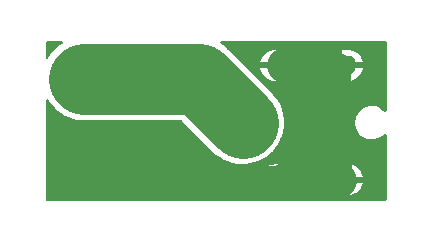
<source format=gbr>
%TF.GenerationSoftware,KiCad,Pcbnew,(6.0.4-0)*%
%TF.CreationDate,2022-07-05T17:19:08+02:00*%
%TF.ProjectId,DC power,44432070-6f77-4657-922e-6b696361645f,rev?*%
%TF.SameCoordinates,Original*%
%TF.FileFunction,Copper,L1,Top*%
%TF.FilePolarity,Positive*%
%FSLAX46Y46*%
G04 Gerber Fmt 4.6, Leading zero omitted, Abs format (unit mm)*
G04 Created by KiCad (PCBNEW (6.0.4-0)) date 2022-07-05 17:19:08*
%MOMM*%
%LPD*%
G01*
G04 APERTURE LIST*
%TA.AperFunction,ComponentPad*%
%ADD10C,2.000000*%
%TD*%
%TA.AperFunction,ComponentPad*%
%ADD11C,2.300000*%
%TD*%
%TA.AperFunction,ComponentPad*%
%ADD12O,1.600000X3.200000*%
%TD*%
%TA.AperFunction,ComponentPad*%
%ADD13O,3.000000X1.600000*%
%TD*%
%TA.AperFunction,Conductor*%
%ADD14C,1.000000*%
%TD*%
%TA.AperFunction,Conductor*%
%ADD15C,6.000000*%
%TD*%
%TA.AperFunction,Conductor*%
%ADD16C,3.000000*%
%TD*%
%TA.AperFunction,Conductor*%
%ADD17C,2.000000*%
%TD*%
G04 APERTURE END LIST*
D10*
%TO.P,U1,2,2*%
%TO.N,GND*%
X129680013Y-103329975D03*
%TO.P,U1,1,1*%
%TO.N,+5V*%
X129680013Y-99830102D03*
%TD*%
D11*
%TO.P,PWR1,3,3*%
%TO.N,+5V*%
X143059892Y-101740127D03*
D12*
%TO.P,PWR1,2,2*%
%TO.N,GND*%
X150759917Y-101740127D03*
D13*
%TO.P,PWR1,1,1*%
X151260044Y-106590013D03*
X151260044Y-96889987D03*
X146560019Y-106590013D03*
X146560019Y-96889987D03*
%TD*%
D14*
%TO.N,GND*%
X128850000Y-102090000D02*
X130440000Y-102090000D01*
X128760000Y-102180000D02*
X128850000Y-102090000D01*
X129680013Y-103329975D02*
X129680013Y-103100013D01*
X129680013Y-103100013D02*
X128760000Y-102180000D01*
X129680013Y-103329975D02*
X129680013Y-105096187D01*
X129680013Y-105096187D02*
X129660000Y-105116200D01*
D15*
X131590000Y-105130000D02*
X137010000Y-105130000D01*
X131576200Y-105116200D02*
X129856200Y-105116200D01*
X129783800Y-105116200D02*
X129820000Y-105080000D01*
X131590000Y-105130000D02*
X131576200Y-105116200D01*
X129856200Y-105116200D02*
X129820000Y-105080000D01*
X137010000Y-105130000D02*
X137040000Y-105160000D01*
X129660000Y-105116200D02*
X129783800Y-105116200D01*
D16*
X146560019Y-106590013D02*
X151260044Y-106590013D01*
X146560019Y-96889987D02*
X150259790Y-96889987D01*
X150259790Y-96889987D02*
X150759917Y-97390114D01*
X151260044Y-106590013D02*
X150780000Y-106109969D01*
X150780000Y-106109969D02*
X150780000Y-101760210D01*
X146560019Y-106590013D02*
X146320032Y-106830000D01*
X146320032Y-106830000D02*
X138710000Y-106830000D01*
X138710000Y-106830000D02*
X138470013Y-106590013D01*
X150759917Y-101740127D02*
X150759917Y-97390114D01*
D17*
X150759917Y-97390114D02*
X151260044Y-96889987D01*
X151260044Y-102240254D02*
X150759917Y-101740127D01*
X138470013Y-106590013D02*
X137040000Y-105160000D01*
D15*
%TO.N,+5V*%
X129660000Y-98030000D02*
X139349765Y-98030000D01*
X139349765Y-98030000D02*
X143059892Y-101740127D01*
%TD*%
%TA.AperFunction,Conductor*%
%TO.N,GND*%
G36*
X155203621Y-94858502D02*
G01*
X155250114Y-94912158D01*
X155261500Y-94964500D01*
X155261500Y-100695662D01*
X155241498Y-100763783D01*
X155187842Y-100810276D01*
X155117568Y-100820380D01*
X155052988Y-100790886D01*
X155040335Y-100778242D01*
X154999121Y-100730748D01*
X154999119Y-100730746D01*
X154995615Y-100726708D01*
X154991489Y-100723325D01*
X154991485Y-100723321D01*
X154814903Y-100578534D01*
X154810775Y-100575149D01*
X154806139Y-100572510D01*
X154806136Y-100572508D01*
X154607685Y-100459543D01*
X154603042Y-100456900D01*
X154378355Y-100375343D01*
X154373106Y-100374394D01*
X154373103Y-100374393D01*
X154147223Y-100333547D01*
X154147215Y-100333546D01*
X154143139Y-100332809D01*
X154124749Y-100331942D01*
X154119564Y-100331697D01*
X154119557Y-100331697D01*
X154118076Y-100331627D01*
X153950096Y-100331627D01*
X153771933Y-100346744D01*
X153766769Y-100348084D01*
X153766765Y-100348085D01*
X153545733Y-100405454D01*
X153545728Y-100405456D01*
X153540568Y-100406795D01*
X153535702Y-100408987D01*
X153327489Y-100502780D01*
X153327486Y-100502781D01*
X153322628Y-100504970D01*
X153124346Y-100638461D01*
X153120489Y-100642140D01*
X153120487Y-100642142D01*
X153077025Y-100683603D01*
X152951390Y-100803453D01*
X152948207Y-100807730D01*
X152948207Y-100807731D01*
X152938796Y-100820380D01*
X152808706Y-100995227D01*
X152806290Y-100999978D01*
X152806288Y-100999982D01*
X152731092Y-101147883D01*
X152700375Y-101208299D01*
X152671944Y-101299861D01*
X152631076Y-101431476D01*
X152631075Y-101431482D01*
X152629492Y-101436579D01*
X152598085Y-101673538D01*
X152607053Y-101912401D01*
X152656138Y-102146338D01*
X152743937Y-102368660D01*
X152867940Y-102573010D01*
X152871437Y-102577040D01*
X152952406Y-102670348D01*
X153024601Y-102753546D01*
X153028727Y-102756929D01*
X153028731Y-102756933D01*
X153127737Y-102838112D01*
X153209441Y-102905105D01*
X153214077Y-102907744D01*
X153214080Y-102907746D01*
X153302281Y-102957953D01*
X153417174Y-103023354D01*
X153641861Y-103104911D01*
X153647110Y-103105860D01*
X153647113Y-103105861D01*
X153872993Y-103146707D01*
X153873001Y-103146708D01*
X153877077Y-103147445D01*
X153895467Y-103148312D01*
X153900652Y-103148557D01*
X153900659Y-103148557D01*
X153902140Y-103148627D01*
X154070120Y-103148627D01*
X154248283Y-103133510D01*
X154253447Y-103132170D01*
X154253451Y-103132169D01*
X154474483Y-103074800D01*
X154474488Y-103074798D01*
X154479648Y-103073459D01*
X154678488Y-102983888D01*
X154692727Y-102977474D01*
X154692730Y-102977473D01*
X154697588Y-102975284D01*
X154895870Y-102841793D01*
X155048529Y-102696164D01*
X155111625Y-102663617D01*
X155182301Y-102670348D01*
X155238119Y-102714222D01*
X155261500Y-102787334D01*
X155261500Y-108235500D01*
X155241498Y-108303621D01*
X155187842Y-108350114D01*
X155135500Y-108361500D01*
X126524500Y-108361500D01*
X126456379Y-108341498D01*
X126409886Y-108287842D01*
X126398500Y-108235500D01*
X126398500Y-106856535D01*
X144577292Y-106856535D01*
X144624783Y-107033774D01*
X144628529Y-107044066D01*
X144720605Y-107241524D01*
X144726088Y-107251020D01*
X144851047Y-107429480D01*
X144858103Y-107437888D01*
X145012144Y-107591929D01*
X145020552Y-107598985D01*
X145199012Y-107723944D01*
X145208508Y-107729427D01*
X145405966Y-107821503D01*
X145416258Y-107825249D01*
X145626707Y-107881638D01*
X145637500Y-107883541D01*
X145800189Y-107897775D01*
X145805654Y-107898013D01*
X146287904Y-107898013D01*
X146303143Y-107893538D01*
X146304348Y-107892148D01*
X146306019Y-107884465D01*
X146306019Y-107879898D01*
X146814019Y-107879898D01*
X146818494Y-107895137D01*
X146819884Y-107896342D01*
X146827567Y-107898013D01*
X147314384Y-107898013D01*
X147319849Y-107897775D01*
X147482538Y-107883541D01*
X147493331Y-107881638D01*
X147703780Y-107825249D01*
X147714072Y-107821503D01*
X147911530Y-107729427D01*
X147921026Y-107723944D01*
X148099486Y-107598985D01*
X148107894Y-107591929D01*
X148261935Y-107437888D01*
X148268991Y-107429480D01*
X148393950Y-107251020D01*
X148399433Y-107241524D01*
X148491509Y-107044066D01*
X148495255Y-107033774D01*
X148541413Y-106861510D01*
X148541294Y-106856535D01*
X149277317Y-106856535D01*
X149324808Y-107033774D01*
X149328554Y-107044066D01*
X149420630Y-107241524D01*
X149426113Y-107251020D01*
X149551072Y-107429480D01*
X149558128Y-107437888D01*
X149712169Y-107591929D01*
X149720577Y-107598985D01*
X149899037Y-107723944D01*
X149908533Y-107729427D01*
X150105991Y-107821503D01*
X150116283Y-107825249D01*
X150326732Y-107881638D01*
X150337525Y-107883541D01*
X150500214Y-107897775D01*
X150505679Y-107898013D01*
X150987929Y-107898013D01*
X151003168Y-107893538D01*
X151004373Y-107892148D01*
X151006044Y-107884465D01*
X151006044Y-107879898D01*
X151514044Y-107879898D01*
X151518519Y-107895137D01*
X151519909Y-107896342D01*
X151527592Y-107898013D01*
X152014409Y-107898013D01*
X152019874Y-107897775D01*
X152182563Y-107883541D01*
X152193356Y-107881638D01*
X152403805Y-107825249D01*
X152414097Y-107821503D01*
X152611555Y-107729427D01*
X152621051Y-107723944D01*
X152799511Y-107598985D01*
X152807919Y-107591929D01*
X152961960Y-107437888D01*
X152969016Y-107429480D01*
X153093975Y-107251020D01*
X153099458Y-107241524D01*
X153191534Y-107044066D01*
X153195280Y-107033774D01*
X153241438Y-106861510D01*
X153241102Y-106847414D01*
X153233160Y-106844013D01*
X151532159Y-106844013D01*
X151516920Y-106848488D01*
X151515715Y-106849878D01*
X151514044Y-106857561D01*
X151514044Y-107879898D01*
X151006044Y-107879898D01*
X151006044Y-106862128D01*
X151001569Y-106846889D01*
X151000179Y-106845684D01*
X150992496Y-106844013D01*
X149292077Y-106844013D01*
X149278546Y-106847986D01*
X149277317Y-106856535D01*
X148541294Y-106856535D01*
X148541077Y-106847414D01*
X148533135Y-106844013D01*
X146832134Y-106844013D01*
X146816895Y-106848488D01*
X146815690Y-106849878D01*
X146814019Y-106857561D01*
X146814019Y-107879898D01*
X146306019Y-107879898D01*
X146306019Y-106862128D01*
X146301544Y-106846889D01*
X146300154Y-106845684D01*
X146292471Y-106844013D01*
X144592052Y-106844013D01*
X144578521Y-106847986D01*
X144577292Y-106856535D01*
X126398500Y-106856535D01*
X126398500Y-106318516D01*
X144578625Y-106318516D01*
X144578961Y-106332612D01*
X144586903Y-106336013D01*
X146287904Y-106336013D01*
X146303143Y-106331538D01*
X146304348Y-106330148D01*
X146306019Y-106322465D01*
X146306019Y-106317898D01*
X146814019Y-106317898D01*
X146818494Y-106333137D01*
X146819884Y-106334342D01*
X146827567Y-106336013D01*
X148527986Y-106336013D01*
X148541517Y-106332040D01*
X148542746Y-106323491D01*
X148541413Y-106318516D01*
X149278650Y-106318516D01*
X149278986Y-106332612D01*
X149286928Y-106336013D01*
X150987929Y-106336013D01*
X151003168Y-106331538D01*
X151004373Y-106330148D01*
X151006044Y-106322465D01*
X151006044Y-106317898D01*
X151514044Y-106317898D01*
X151518519Y-106333137D01*
X151519909Y-106334342D01*
X151527592Y-106336013D01*
X153228011Y-106336013D01*
X153241542Y-106332040D01*
X153242771Y-106323491D01*
X153195280Y-106146252D01*
X153191534Y-106135960D01*
X153099458Y-105938502D01*
X153093975Y-105929006D01*
X152969016Y-105750546D01*
X152961960Y-105742138D01*
X152807919Y-105588097D01*
X152799511Y-105581041D01*
X152621051Y-105456082D01*
X152611555Y-105450599D01*
X152414097Y-105358523D01*
X152403805Y-105354777D01*
X152193356Y-105298388D01*
X152182563Y-105296485D01*
X152019874Y-105282251D01*
X152014409Y-105282013D01*
X151532159Y-105282013D01*
X151516920Y-105286488D01*
X151515715Y-105287878D01*
X151514044Y-105295561D01*
X151514044Y-106317898D01*
X151006044Y-106317898D01*
X151006044Y-105300128D01*
X151001569Y-105284889D01*
X151000179Y-105283684D01*
X150992496Y-105282013D01*
X150505679Y-105282013D01*
X150500214Y-105282251D01*
X150337525Y-105296485D01*
X150326732Y-105298388D01*
X150116283Y-105354777D01*
X150105991Y-105358523D01*
X149908533Y-105450599D01*
X149899037Y-105456082D01*
X149720577Y-105581041D01*
X149712169Y-105588097D01*
X149558128Y-105742138D01*
X149551072Y-105750546D01*
X149426113Y-105929006D01*
X149420630Y-105938502D01*
X149328554Y-106135960D01*
X149324808Y-106146252D01*
X149278650Y-106318516D01*
X148541413Y-106318516D01*
X148495255Y-106146252D01*
X148491509Y-106135960D01*
X148399433Y-105938502D01*
X148393950Y-105929006D01*
X148268991Y-105750546D01*
X148261935Y-105742138D01*
X148107894Y-105588097D01*
X148099486Y-105581041D01*
X147921026Y-105456082D01*
X147911530Y-105450599D01*
X147714072Y-105358523D01*
X147703780Y-105354777D01*
X147493331Y-105298388D01*
X147482538Y-105296485D01*
X147319849Y-105282251D01*
X147314384Y-105282013D01*
X146832134Y-105282013D01*
X146816895Y-105286488D01*
X146815690Y-105287878D01*
X146814019Y-105295561D01*
X146814019Y-106317898D01*
X146306019Y-106317898D01*
X146306019Y-105300128D01*
X146301544Y-105284889D01*
X146300154Y-105283684D01*
X146292471Y-105282013D01*
X145805654Y-105282013D01*
X145800189Y-105282251D01*
X145637500Y-105296485D01*
X145626707Y-105298388D01*
X145416258Y-105354777D01*
X145405966Y-105358523D01*
X145208508Y-105450599D01*
X145199012Y-105456082D01*
X145020552Y-105581041D01*
X145012144Y-105588097D01*
X144858103Y-105742138D01*
X144851047Y-105750546D01*
X144726088Y-105929006D01*
X144720605Y-105938502D01*
X144628529Y-106135960D01*
X144624783Y-106146252D01*
X144578625Y-106318516D01*
X126398500Y-106318516D01*
X126398500Y-104562645D01*
X128812173Y-104562645D01*
X128817900Y-104570295D01*
X128989055Y-104675180D01*
X128997850Y-104679662D01*
X129208001Y-104766709D01*
X129217386Y-104769758D01*
X129438567Y-104822860D01*
X129448314Y-104824403D01*
X129675083Y-104842250D01*
X129684943Y-104842250D01*
X129911712Y-104824403D01*
X129921459Y-104822860D01*
X130142640Y-104769758D01*
X130152025Y-104766709D01*
X130362176Y-104679662D01*
X130370971Y-104675180D01*
X130538458Y-104572543D01*
X130547920Y-104562085D01*
X130544137Y-104553309D01*
X129692825Y-103701997D01*
X129678881Y-103694383D01*
X129677048Y-103694514D01*
X129670433Y-103698765D01*
X128818933Y-104550265D01*
X128812173Y-104562645D01*
X126398500Y-104562645D01*
X126398500Y-103334905D01*
X128167738Y-103334905D01*
X128185585Y-103561674D01*
X128187128Y-103571421D01*
X128240230Y-103792602D01*
X128243279Y-103801987D01*
X128330326Y-104012138D01*
X128334808Y-104020933D01*
X128437445Y-104188420D01*
X128447903Y-104197882D01*
X128456679Y-104194099D01*
X129307991Y-103342787D01*
X129314369Y-103331107D01*
X130044421Y-103331107D01*
X130044552Y-103332940D01*
X130048803Y-103339555D01*
X130900303Y-104191055D01*
X130912683Y-104197815D01*
X130920333Y-104192088D01*
X131025218Y-104020933D01*
X131029700Y-104012138D01*
X131116747Y-103801987D01*
X131119796Y-103792602D01*
X131172898Y-103571421D01*
X131174441Y-103561674D01*
X131192288Y-103334905D01*
X131192288Y-103325045D01*
X131174441Y-103098276D01*
X131172898Y-103088529D01*
X131119796Y-102867348D01*
X131116747Y-102857963D01*
X131029700Y-102647812D01*
X131025218Y-102639017D01*
X130922581Y-102471530D01*
X130912123Y-102462068D01*
X130903347Y-102465851D01*
X130052035Y-103317163D01*
X130044421Y-103331107D01*
X129314369Y-103331107D01*
X129315605Y-103328843D01*
X129315474Y-103327010D01*
X129311223Y-103320395D01*
X128459723Y-102468895D01*
X128447343Y-102462135D01*
X128439693Y-102467862D01*
X128334808Y-102639017D01*
X128330326Y-102647812D01*
X128243279Y-102857963D01*
X128240230Y-102867348D01*
X128187128Y-103088529D01*
X128185585Y-103098276D01*
X128167738Y-103325045D01*
X128167738Y-103334905D01*
X126398500Y-103334905D01*
X126398500Y-102097865D01*
X128812106Y-102097865D01*
X128815889Y-102106641D01*
X129667201Y-102957953D01*
X129681145Y-102965567D01*
X129682978Y-102965436D01*
X129689593Y-102961185D01*
X130541093Y-102109685D01*
X130547853Y-102097305D01*
X130542126Y-102089655D01*
X130370971Y-101984770D01*
X130362176Y-101980288D01*
X130152025Y-101893241D01*
X130142640Y-101890192D01*
X129921459Y-101837090D01*
X129911712Y-101835547D01*
X129684943Y-101817700D01*
X129675083Y-101817700D01*
X129448314Y-101835547D01*
X129438567Y-101837090D01*
X129217386Y-101890192D01*
X129208001Y-101893241D01*
X128997850Y-101980288D01*
X128989055Y-101984770D01*
X128821568Y-102087407D01*
X128812106Y-102097865D01*
X126398500Y-102097865D01*
X126398500Y-99870335D01*
X126418502Y-99802214D01*
X126472158Y-99755721D01*
X126542432Y-99745617D01*
X126607012Y-99775111D01*
X126634752Y-99809341D01*
X126680400Y-99891861D01*
X126682321Y-99894599D01*
X126682327Y-99894609D01*
X126826875Y-100100660D01*
X126895120Y-100197943D01*
X127141149Y-100479476D01*
X127143610Y-100481751D01*
X127143613Y-100481754D01*
X127248309Y-100578534D01*
X127415702Y-100733270D01*
X127715670Y-100956452D01*
X127718557Y-100958156D01*
X128034764Y-101144789D01*
X128034769Y-101144792D01*
X128037655Y-101146495D01*
X128378013Y-101301246D01*
X128559521Y-101361450D01*
X128729696Y-101417895D01*
X128729703Y-101417897D01*
X128732887Y-101418953D01*
X128736172Y-101419666D01*
X128736171Y-101419666D01*
X129094981Y-101497572D01*
X129094984Y-101497572D01*
X129098261Y-101498284D01*
X129293587Y-101519331D01*
X129467477Y-101538068D01*
X129467485Y-101538069D01*
X129469995Y-101538339D01*
X129472515Y-101538407D01*
X129472527Y-101538408D01*
X129474515Y-101538461D01*
X129475945Y-101538500D01*
X137844306Y-101538500D01*
X137912427Y-101558502D01*
X137933401Y-101575405D01*
X140645095Y-104287098D01*
X140853557Y-104474469D01*
X141156611Y-104693441D01*
X141481219Y-104878969D01*
X141823703Y-105028954D01*
X141826895Y-105029963D01*
X141826899Y-105029965D01*
X142176990Y-105140684D01*
X142180187Y-105141695D01*
X142349866Y-105176062D01*
X142543333Y-105215247D01*
X142543336Y-105215247D01*
X142546632Y-105215915D01*
X142549971Y-105216228D01*
X142549980Y-105216229D01*
X142811244Y-105240695D01*
X142918889Y-105250776D01*
X142922255Y-105250732D01*
X142922256Y-105250732D01*
X143289395Y-105245927D01*
X143289398Y-105245927D01*
X143292744Y-105245883D01*
X143663962Y-105201289D01*
X143667232Y-105200537D01*
X143667238Y-105200536D01*
X144025055Y-105118256D01*
X144025056Y-105118256D01*
X144028338Y-105117501D01*
X144381748Y-104995466D01*
X144720190Y-104836569D01*
X144723049Y-104834834D01*
X144723053Y-104834832D01*
X145036973Y-104644340D01*
X145039829Y-104642607D01*
X145337049Y-104415777D01*
X145567134Y-104197815D01*
X145606043Y-104160956D01*
X145606047Y-104160952D01*
X145608480Y-104158647D01*
X145610661Y-104156089D01*
X145848867Y-103876693D01*
X145848868Y-103876691D01*
X145851052Y-103874130D01*
X146062016Y-103565447D01*
X146064044Y-103561674D01*
X146157361Y-103388002D01*
X146238984Y-103236094D01*
X146253216Y-103201134D01*
X146337461Y-102994180D01*
X146379951Y-102889801D01*
X146420311Y-102749513D01*
X146464909Y-102594492D01*
X149451917Y-102594492D01*
X149452155Y-102599957D01*
X149466389Y-102762646D01*
X149468292Y-102773439D01*
X149524681Y-102983888D01*
X149528427Y-102994180D01*
X149620503Y-103191638D01*
X149625986Y-103201134D01*
X149750945Y-103379594D01*
X149758001Y-103388002D01*
X149912042Y-103542043D01*
X149920450Y-103549099D01*
X150098910Y-103674058D01*
X150108406Y-103679541D01*
X150305864Y-103771617D01*
X150316156Y-103775363D01*
X150488420Y-103821521D01*
X150502516Y-103821185D01*
X150505917Y-103813243D01*
X150505917Y-103808094D01*
X151013917Y-103808094D01*
X151017890Y-103821625D01*
X151026439Y-103822854D01*
X151203678Y-103775363D01*
X151213970Y-103771617D01*
X151411428Y-103679541D01*
X151420924Y-103674058D01*
X151599384Y-103549099D01*
X151607792Y-103542043D01*
X151761833Y-103388002D01*
X151768889Y-103379594D01*
X151893848Y-103201134D01*
X151899331Y-103191638D01*
X151991407Y-102994180D01*
X151995153Y-102983888D01*
X152051542Y-102773439D01*
X152053445Y-102762646D01*
X152067679Y-102599957D01*
X152067917Y-102594492D01*
X152067917Y-102012242D01*
X152063442Y-101997003D01*
X152062052Y-101995798D01*
X152054369Y-101994127D01*
X151032032Y-101994127D01*
X151016793Y-101998602D01*
X151015588Y-101999992D01*
X151013917Y-102007675D01*
X151013917Y-103808094D01*
X150505917Y-103808094D01*
X150505917Y-102012242D01*
X150501442Y-101997003D01*
X150500052Y-101995798D01*
X150492369Y-101994127D01*
X149470032Y-101994127D01*
X149454793Y-101998602D01*
X149453588Y-101999992D01*
X149451917Y-102007675D01*
X149451917Y-102594492D01*
X146464909Y-102594492D01*
X146482398Y-102533701D01*
X146482399Y-102533695D01*
X146483322Y-102530488D01*
X146506116Y-102400555D01*
X146547347Y-102165522D01*
X146547348Y-102165515D01*
X146547925Y-102162225D01*
X146548995Y-102146338D01*
X146572805Y-101792529D01*
X146572805Y-101792526D01*
X146573030Y-101789183D01*
X146565691Y-101602384D01*
X146560411Y-101468012D01*
X149451917Y-101468012D01*
X149456392Y-101483251D01*
X149457782Y-101484456D01*
X149465465Y-101486127D01*
X150487802Y-101486127D01*
X150503041Y-101481652D01*
X150504246Y-101480262D01*
X150505917Y-101472579D01*
X150505917Y-101468012D01*
X151013917Y-101468012D01*
X151018392Y-101483251D01*
X151019782Y-101484456D01*
X151027465Y-101486127D01*
X152049802Y-101486127D01*
X152065041Y-101481652D01*
X152066246Y-101480262D01*
X152067917Y-101472579D01*
X152067917Y-100885762D01*
X152067679Y-100880297D01*
X152053445Y-100717608D01*
X152051542Y-100706815D01*
X151995153Y-100496366D01*
X151991407Y-100486074D01*
X151899331Y-100288616D01*
X151893848Y-100279120D01*
X151768889Y-100100660D01*
X151761833Y-100092252D01*
X151607792Y-99938211D01*
X151599384Y-99931155D01*
X151420924Y-99806196D01*
X151411428Y-99800713D01*
X151213970Y-99708637D01*
X151203678Y-99704891D01*
X151031414Y-99658733D01*
X151017318Y-99659069D01*
X151013917Y-99667011D01*
X151013917Y-101468012D01*
X150505917Y-101468012D01*
X150505917Y-99672160D01*
X150501944Y-99658629D01*
X150493395Y-99657400D01*
X150316156Y-99704891D01*
X150305864Y-99708637D01*
X150108406Y-99800713D01*
X150098910Y-99806196D01*
X149920450Y-99931155D01*
X149912042Y-99938211D01*
X149758001Y-100092252D01*
X149750945Y-100100660D01*
X149625986Y-100279120D01*
X149620503Y-100288616D01*
X149528427Y-100486074D01*
X149524681Y-100496366D01*
X149468292Y-100706815D01*
X149466389Y-100717608D01*
X149452155Y-100880297D01*
X149451917Y-100885762D01*
X149451917Y-101468012D01*
X146560411Y-101468012D01*
X146558483Y-101418938D01*
X146558483Y-101418933D01*
X146558351Y-101415585D01*
X146504055Y-101045662D01*
X146491059Y-100995227D01*
X146411595Y-100686849D01*
X146411592Y-100686839D01*
X146410758Y-100683603D01*
X146279514Y-100333509D01*
X146211480Y-100197943D01*
X146113316Y-100002339D01*
X146113312Y-100002332D01*
X146111812Y-99999343D01*
X146044445Y-99894609D01*
X145911364Y-99687710D01*
X145911360Y-99687704D01*
X145909549Y-99684889D01*
X145675016Y-99393711D01*
X145670923Y-99389389D01*
X143438042Y-97156509D01*
X144577292Y-97156509D01*
X144624783Y-97333748D01*
X144628529Y-97344040D01*
X144720605Y-97541498D01*
X144726088Y-97550994D01*
X144851047Y-97729454D01*
X144858103Y-97737862D01*
X145012144Y-97891903D01*
X145020552Y-97898959D01*
X145199012Y-98023918D01*
X145208508Y-98029401D01*
X145405966Y-98121477D01*
X145416258Y-98125223D01*
X145626707Y-98181612D01*
X145637500Y-98183515D01*
X145800189Y-98197749D01*
X145805654Y-98197987D01*
X146287904Y-98197987D01*
X146303143Y-98193512D01*
X146304348Y-98192122D01*
X146306019Y-98184439D01*
X146306019Y-98179872D01*
X146814019Y-98179872D01*
X146818494Y-98195111D01*
X146819884Y-98196316D01*
X146827567Y-98197987D01*
X147314384Y-98197987D01*
X147319849Y-98197749D01*
X147482538Y-98183515D01*
X147493331Y-98181612D01*
X147703780Y-98125223D01*
X147714072Y-98121477D01*
X147911530Y-98029401D01*
X147921026Y-98023918D01*
X148099486Y-97898959D01*
X148107894Y-97891903D01*
X148261935Y-97737862D01*
X148268991Y-97729454D01*
X148393950Y-97550994D01*
X148399433Y-97541498D01*
X148491509Y-97344040D01*
X148495255Y-97333748D01*
X148541413Y-97161484D01*
X148541294Y-97156509D01*
X149277317Y-97156509D01*
X149324808Y-97333748D01*
X149328554Y-97344040D01*
X149420630Y-97541498D01*
X149426113Y-97550994D01*
X149551072Y-97729454D01*
X149558128Y-97737862D01*
X149712169Y-97891903D01*
X149720577Y-97898959D01*
X149899037Y-98023918D01*
X149908533Y-98029401D01*
X150105991Y-98121477D01*
X150116283Y-98125223D01*
X150326732Y-98181612D01*
X150337525Y-98183515D01*
X150500214Y-98197749D01*
X150505679Y-98197987D01*
X150987929Y-98197987D01*
X151003168Y-98193512D01*
X151004373Y-98192122D01*
X151006044Y-98184439D01*
X151006044Y-98179872D01*
X151514044Y-98179872D01*
X151518519Y-98195111D01*
X151519909Y-98196316D01*
X151527592Y-98197987D01*
X152014409Y-98197987D01*
X152019874Y-98197749D01*
X152182563Y-98183515D01*
X152193356Y-98181612D01*
X152403805Y-98125223D01*
X152414097Y-98121477D01*
X152611555Y-98029401D01*
X152621051Y-98023918D01*
X152799511Y-97898959D01*
X152807919Y-97891903D01*
X152961960Y-97737862D01*
X152969016Y-97729454D01*
X153093975Y-97550994D01*
X153099458Y-97541498D01*
X153191534Y-97344040D01*
X153195280Y-97333748D01*
X153241438Y-97161484D01*
X153241102Y-97147388D01*
X153233160Y-97143987D01*
X151532159Y-97143987D01*
X151516920Y-97148462D01*
X151515715Y-97149852D01*
X151514044Y-97157535D01*
X151514044Y-98179872D01*
X151006044Y-98179872D01*
X151006044Y-97162102D01*
X151001569Y-97146863D01*
X151000179Y-97145658D01*
X150992496Y-97143987D01*
X149292077Y-97143987D01*
X149278546Y-97147960D01*
X149277317Y-97156509D01*
X148541294Y-97156509D01*
X148541077Y-97147388D01*
X148533135Y-97143987D01*
X146832134Y-97143987D01*
X146816895Y-97148462D01*
X146815690Y-97149852D01*
X146814019Y-97157535D01*
X146814019Y-98179872D01*
X146306019Y-98179872D01*
X146306019Y-97162102D01*
X146301544Y-97146863D01*
X146300154Y-97145658D01*
X146292471Y-97143987D01*
X144592052Y-97143987D01*
X144578521Y-97147960D01*
X144577292Y-97156509D01*
X143438042Y-97156509D01*
X142900023Y-96618490D01*
X144578625Y-96618490D01*
X144578961Y-96632586D01*
X144586903Y-96635987D01*
X146287904Y-96635987D01*
X146303143Y-96631512D01*
X146304348Y-96630122D01*
X146306019Y-96622439D01*
X146306019Y-96617872D01*
X146814019Y-96617872D01*
X146818494Y-96633111D01*
X146819884Y-96634316D01*
X146827567Y-96635987D01*
X148527986Y-96635987D01*
X148541517Y-96632014D01*
X148542746Y-96623465D01*
X148541413Y-96618490D01*
X149278650Y-96618490D01*
X149278986Y-96632586D01*
X149286928Y-96635987D01*
X150987929Y-96635987D01*
X151003168Y-96631512D01*
X151004373Y-96630122D01*
X151006044Y-96622439D01*
X151006044Y-96617872D01*
X151514044Y-96617872D01*
X151518519Y-96633111D01*
X151519909Y-96634316D01*
X151527592Y-96635987D01*
X153228011Y-96635987D01*
X153241542Y-96632014D01*
X153242771Y-96623465D01*
X153195280Y-96446226D01*
X153191534Y-96435934D01*
X153099458Y-96238476D01*
X153093975Y-96228980D01*
X152969016Y-96050520D01*
X152961960Y-96042112D01*
X152807919Y-95888071D01*
X152799511Y-95881015D01*
X152621051Y-95756056D01*
X152611555Y-95750573D01*
X152414097Y-95658497D01*
X152403805Y-95654751D01*
X152193356Y-95598362D01*
X152182563Y-95596459D01*
X152019874Y-95582225D01*
X152014409Y-95581987D01*
X151532159Y-95581987D01*
X151516920Y-95586462D01*
X151515715Y-95587852D01*
X151514044Y-95595535D01*
X151514044Y-96617872D01*
X151006044Y-96617872D01*
X151006044Y-95600102D01*
X151001569Y-95584863D01*
X151000179Y-95583658D01*
X150992496Y-95581987D01*
X150505679Y-95581987D01*
X150500214Y-95582225D01*
X150337525Y-95596459D01*
X150326732Y-95598362D01*
X150116283Y-95654751D01*
X150105991Y-95658497D01*
X149908533Y-95750573D01*
X149899037Y-95756056D01*
X149720577Y-95881015D01*
X149712169Y-95888071D01*
X149558128Y-96042112D01*
X149551072Y-96050520D01*
X149426113Y-96228980D01*
X149420630Y-96238476D01*
X149328554Y-96435934D01*
X149324808Y-96446226D01*
X149278650Y-96618490D01*
X148541413Y-96618490D01*
X148495255Y-96446226D01*
X148491509Y-96435934D01*
X148399433Y-96238476D01*
X148393950Y-96228980D01*
X148268991Y-96050520D01*
X148261935Y-96042112D01*
X148107894Y-95888071D01*
X148099486Y-95881015D01*
X147921026Y-95756056D01*
X147911530Y-95750573D01*
X147714072Y-95658497D01*
X147703780Y-95654751D01*
X147493331Y-95598362D01*
X147482538Y-95596459D01*
X147319849Y-95582225D01*
X147314384Y-95581987D01*
X146832134Y-95581987D01*
X146816895Y-95586462D01*
X146815690Y-95587852D01*
X146814019Y-95595535D01*
X146814019Y-96617872D01*
X146306019Y-96617872D01*
X146306019Y-95600102D01*
X146301544Y-95584863D01*
X146300154Y-95583658D01*
X146292471Y-95581987D01*
X145805654Y-95581987D01*
X145800189Y-95582225D01*
X145637500Y-95596459D01*
X145626707Y-95598362D01*
X145416258Y-95654751D01*
X145405966Y-95658497D01*
X145208508Y-95750573D01*
X145199012Y-95756056D01*
X145020552Y-95881015D01*
X145012144Y-95888071D01*
X144858103Y-96042112D01*
X144851047Y-96050520D01*
X144726088Y-96228980D01*
X144720605Y-96238476D01*
X144628529Y-96435934D01*
X144624783Y-96446226D01*
X144578625Y-96618490D01*
X142900023Y-96618490D01*
X141917070Y-95635537D01*
X141911288Y-95629354D01*
X141870825Y-95583052D01*
X141868616Y-95580524D01*
X141783666Y-95501997D01*
X141780101Y-95498568D01*
X141764562Y-95483029D01*
X141763325Y-95481917D01*
X141763309Y-95481902D01*
X141714029Y-95437608D01*
X141712728Y-95436423D01*
X141596525Y-95329006D01*
X141594063Y-95326730D01*
X141579038Y-95315551D01*
X141570029Y-95308177D01*
X141558599Y-95297904D01*
X141558597Y-95297902D01*
X141556100Y-95295658D01*
X141425138Y-95201033D01*
X141423749Y-95200014D01*
X141296784Y-95105549D01*
X141294095Y-95103548D01*
X141291213Y-95101847D01*
X141291204Y-95101841D01*
X141277962Y-95094025D01*
X141268220Y-95087650D01*
X141255765Y-95078651D01*
X141255758Y-95078646D01*
X141253046Y-95076687D01*
X141248161Y-95073895D01*
X141247796Y-95073516D01*
X141247314Y-95073205D01*
X141247388Y-95073091D01*
X141198942Y-95022730D01*
X141185199Y-94953076D01*
X141211295Y-94887049D01*
X141268945Y-94845613D01*
X141310680Y-94838500D01*
X155135500Y-94838500D01*
X155203621Y-94858502D01*
G37*
%TD.AperFunction*%
%TD*%
%TA.AperFunction,NonConductor*%
G36*
X127774487Y-94858502D02*
G01*
X127820980Y-94912158D01*
X127831084Y-94982432D01*
X127801590Y-95047012D01*
X127776002Y-95069509D01*
X127578422Y-95200533D01*
X127565176Y-95209317D01*
X127277300Y-95447892D01*
X127016405Y-95715708D01*
X127014338Y-95718340D01*
X127014334Y-95718344D01*
X126881012Y-95888071D01*
X126785447Y-96009731D01*
X126631296Y-96255946D01*
X126578193Y-96303070D01*
X126508044Y-96314004D01*
X126443119Y-96285276D01*
X126404032Y-96226008D01*
X126398500Y-96189083D01*
X126398500Y-94964500D01*
X126418502Y-94896379D01*
X126472158Y-94849886D01*
X126524500Y-94838500D01*
X127706366Y-94838500D01*
X127774487Y-94858502D01*
G37*
%TD.AperFunction*%
M02*

</source>
